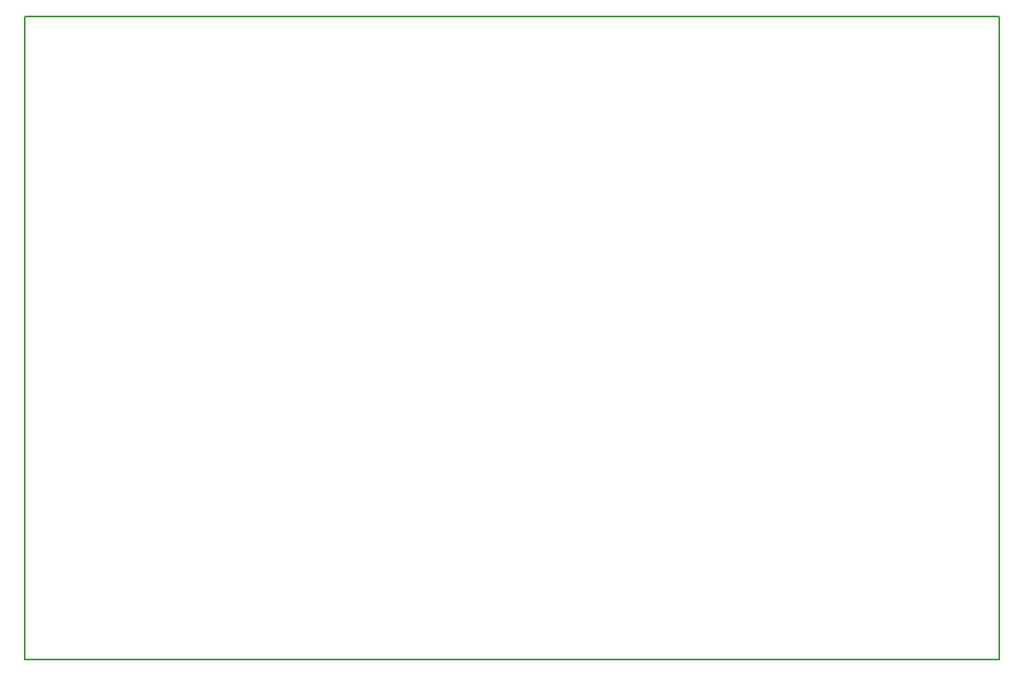
<source format=gbr>
G04 #@! TF.GenerationSoftware,KiCad,Pcbnew,(5.1.7)-1*
G04 #@! TF.CreationDate,2020-10-06T18:52:08+02:00*
G04 #@! TF.ProjectId,Timer-PCB,54696d65-722d-4504-9342-2e6b69636164,rev?*
G04 #@! TF.SameCoordinates,Original*
G04 #@! TF.FileFunction,Profile,NP*
%FSLAX46Y46*%
G04 Gerber Fmt 4.6, Leading zero omitted, Abs format (unit mm)*
G04 Created by KiCad (PCBNEW (5.1.7)-1) date 2020-10-06 18:52:08*
%MOMM*%
%LPD*%
G01*
G04 APERTURE LIST*
G04 #@! TA.AperFunction,Profile*
%ADD10C,0.150000*%
G04 #@! TD*
G04 APERTURE END LIST*
D10*
X58000000Y-136000000D02*
X58000000Y-70000000D01*
X158000000Y-136000000D02*
X58000000Y-136000000D01*
X158000000Y-70000000D02*
X158000000Y-136000000D01*
X58000000Y-70000000D02*
X158000000Y-70000000D01*
M02*

</source>
